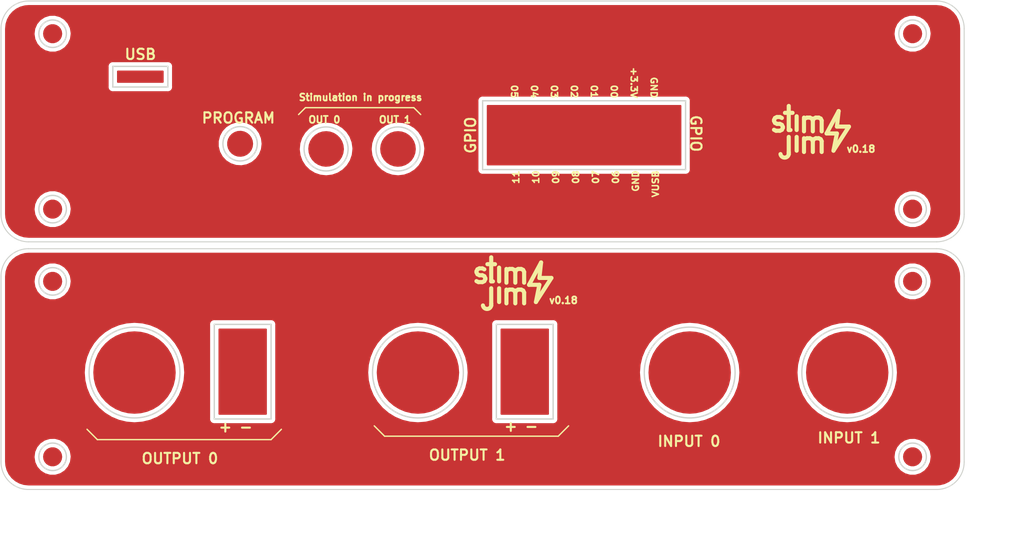
<source format=kicad_pcb>
(kicad_pcb (version 20211014) (generator pcbnew)

  (general
    (thickness 1.6)
  )

  (paper "A4")
  (layers
    (0 "F.Cu" signal)
    (31 "B.Cu" signal)
    (32 "B.Adhes" user "B.Adhesive")
    (33 "F.Adhes" user "F.Adhesive")
    (34 "B.Paste" user)
    (35 "F.Paste" user)
    (36 "B.SilkS" user "B.Silkscreen")
    (37 "F.SilkS" user "F.Silkscreen")
    (38 "B.Mask" user)
    (39 "F.Mask" user)
    (40 "Dwgs.User" user "User.Drawings")
    (41 "Cmts.User" user "User.Comments")
    (42 "Eco1.User" user "User.Eco1")
    (43 "Eco2.User" user "User.Eco2")
    (44 "Edge.Cuts" user)
    (45 "Margin" user)
    (46 "B.CrtYd" user "B.Courtyard")
    (47 "F.CrtYd" user "F.Courtyard")
    (48 "B.Fab" user)
    (49 "F.Fab" user)
  )

  (setup
    (pad_to_mask_clearance 0.2)
    (solder_mask_min_width 0.25)
    (pcbplotparams
      (layerselection 0x00010f0_ffffffff)
      (disableapertmacros false)
      (usegerberextensions true)
      (usegerberattributes false)
      (usegerberadvancedattributes false)
      (creategerberjobfile false)
      (svguseinch false)
      (svgprecision 6)
      (excludeedgelayer true)
      (plotframeref false)
      (viasonmask false)
      (mode 1)
      (useauxorigin false)
      (hpglpennumber 1)
      (hpglpenspeed 20)
      (hpglpendiameter 15.000000)
      (dxfpolygonmode true)
      (dxfimperialunits true)
      (dxfusepcbnewfont true)
      (psnegative false)
      (psa4output false)
      (plotreference true)
      (plotvalue true)
      (plotinvisibletext false)
      (sketchpadsonfab false)
      (subtractmaskfromsilk false)
      (outputformat 1)
      (mirror false)
      (drillshape 0)
      (scaleselection 1)
      (outputdirectory "../stimjim_fabricationFiles_20180225/")
    )
  )

  (net 0 "")

  (gr_line (start 69.45 77.25) (end 70.95 78.75) (layer "F.SilkS") (width 0.2) (tstamp 00000000-0000-0000-0000-00005c6bceb3))
  (gr_line (start 70.95 78.75) (end 96.2 78.75) (layer "F.SilkS") (width 0.2) (tstamp 00000000-0000-0000-0000-00005c6bceb4))
  (gr_line (start 96.2 78.75) (end 97.7 77.25) (layer "F.SilkS") (width 0.2) (tstamp 00000000-0000-0000-0000-00005c6bceb5))
  (gr_line (start 129.7 34.25) (end 129.95 34.25) (layer "F.SilkS") (width 0.6) (tstamp 00000000-0000-0000-0000-00005c73d18b))
  (gr_line (start 129.15 31.75) (end 130.25 31.75) (layer "F.SilkS") (width 0.6) (tstamp 00000000-0000-0000-0000-00005c73d18c))
  (gr_line (start 129.7 35.25) (end 129.7 37.5) (layer "F.SilkS") (width 0.6) (tstamp 00000000-0000-0000-0000-00005c73d18d))
  (gr_line (start 129.7 34.25) (end 129.7 30.75) (layer "F.SilkS") (width 0.6) (tstamp 00000000-0000-0000-0000-00005c73d18e))
  (gr_line (start 129.7 37.5) (end 129.7 37.75) (layer "F.SilkS") (width 0.6) (tstamp 00000000-0000-0000-0000-00005c73d190))
  (gr_line (start 130.85 35.25) (end 130.85 37.25) (layer "F.SilkS") (width 0.6) (tstamp 00000000-0000-0000-0000-00005c73d191))
  (gr_line (start 130.85 32.25) (end 130.85 34.25) (layer "F.SilkS") (width 0.6) (tstamp 00000000-0000-0000-0000-00005c73d192))
  (gr_line (start 136.7 34.75) (end 136.2 37.25) (layer "F.SilkS") (width 0.6) (tstamp 00000000-0000-0000-0000-00005c73d194))
  (gr_line (start 136.2 37.25) (end 138.45 33.75) (layer "F.SilkS") (width 0.6) (tstamp 00000000-0000-0000-0000-00005c73d195))
  (gr_line (start 138.45 33.75) (end 136.7 33.75) (layer "F.SilkS") (width 0.6) (tstamp 00000000-0000-0000-0000-00005c73d196))
  (gr_line (start 136.7 33.75) (end 136.95 31.5) (layer "F.SilkS") (width 0.6) (tstamp 00000000-0000-0000-0000-00005c73d197))
  (gr_arc (start 129.696404 37.769582) (mid 129.090044 38.258194) (end 128.5 37.749999) (layer "F.SilkS") (width 0.6) (tstamp 00000000-0000-0000-0000-00005c73d198))
  (gr_line (start 136.95 31.5) (end 135.2 34.75) (layer "F.SilkS") (width 0.6) (tstamp 00000000-0000-0000-0000-00005c73d199))
  (gr_line (start 135.2 34.75) (end 136.7 34.75) (layer "F.SilkS") (width 0.6) (tstamp 00000000-0000-0000-0000-00005c73d19a))
  (gr_line (start 93.45 55.75) (end 93.7 53.5) (layer "F.SilkS") (width 0.6) (tstamp 00000000-0000-0000-0000-00005c73dec4))
  (gr_line (start 95.2 55.75) (end 93.45 55.75) (layer "F.SilkS") (width 0.6) (tstamp 00000000-0000-0000-0000-00005c73dec5))
  (gr_line (start 92.95 59.25) (end 95.2 55.75) (layer "F.SilkS") (width 0.6) (tstamp 00000000-0000-0000-0000-00005c73dec6))
  (gr_line (start 93.45 56.75) (end 92.95 59.25) (layer "F.SilkS") (width 0.6) (tstamp 00000000-0000-0000-0000-00005c73dec7))
  (gr_line (start 91.95 56.75) (end 93.45 56.75) (layer "F.SilkS") (width 0.6) (tstamp 00000000-0000-0000-0000-00005c73dec8))
  (gr_line (start 93.7 53.5) (end 91.95 56.75) (layer "F.SilkS") (width 0.6) (tstamp 00000000-0000-0000-0000-00005c73dec9))
  (gr_arc (start 86.446404 59.769582) (mid 85.840044 60.258194) (end 85.25 59.749999) (layer "F.SilkS") (width 0.6) (tstamp 00000000-0000-0000-0000-00005c73deca))
  (gr_line (start 86.45 56.25) (end 86.7 56.25) (layer "F.SilkS") (width 0.6) (tstamp 00000000-0000-0000-0000-00005c73decb))
  (gr_line (start 85.9 53.75) (end 87 53.75) (layer "F.SilkS") (width 0.6) (tstamp 00000000-0000-0000-0000-00005c73decc))
  (gr_line (start 86.45 56.25) (end 86.45 52.75) (layer "F.SilkS") (width 0.6) (tstamp 00000000-0000-0000-0000-00005c73decd))
  (gr_line (start 86.45 59.5) (end 86.45 59.75) (layer "F.SilkS") (width 0.6) (tstamp 00000000-0000-0000-0000-00005c73dece))
  (gr_line (start 86.45 57.25) (end 86.45 59.5) (layer "F.SilkS") (width 0.6) (tstamp 00000000-0000-0000-0000-00005c73decf))
  (gr_line (start 87.6 54.25) (end 87.6 56.25) (layer "F.SilkS") (width 0.6) (tstamp 00000000-0000-0000-0000-00005c73ded0))
  (gr_line (start 87.6 57.25) (end 87.6 59.25) (layer "F.SilkS") (width 0.6) (tstamp 00000000-0000-0000-0000-00005c73ded1))
  (gr_line (start 59.45 31) (end 75.2 31) (layer "F.SilkS") (width 0.2) (tstamp 37fe4156-b2a8-4d44-90eb-8ca0849c354a))
  (gr_line (start 54.45 79.25) (end 55.95 77.75) (layer "F.SilkS") (width 0.2) (tstamp 43caf994-93b5-434b-baf5-fa5a9ff862b7))
  (gr_line (start 27.7 77.75) (end 29.2 79.25) (layer "F.SilkS") (width 0.2) (tstamp 925e0376-4d0e-48a7-a405-1af416ff2b81))
  (gr_line (start 75.2 31) (end 76.2 32) (layer "F.SilkS") (width 0.2) (tstamp 995e6ead-16dd-4624-a689-52aa3f7e78c2))
  (gr_line (start 29.2 79.25) (end 54.45 79.25) (layer "F.SilkS") (width 0.2) (tstamp c0060e30-efa3-4517-890f-242d7a35dfdc))
  (gr_line (start 58.45 32) (end 59.45 31) (layer "F.SilkS") (width 0.2) (tstamp df0b1673-a0d3-4318-9ed6-7831798347aa))
  (gr_line (start 15.2 46.5) (end 15.2 19.5) (layer "Edge.Cuts") (width 0.15) (tstamp 00000000-0000-0000-0000-00005c6bb73d))
  (gr_line (start 19.2 15.5) (end 151.2 15.5) (layer "Edge.Cuts") (width 0.15) (tstamp 00000000-0000-0000-0000-00005c6bb740))
  (gr_line (start 151.2 50.5) (end 19.2 50.5) (layer "Edge.Cuts") (width 0.15) (tstamp 00000000-0000-0000-0000-00005c6bb743))
  (gr_line (start 155.2 19.5) (end 155.2 46.5) (layer "Edge.Cuts") (width 0.15) (tstamp 00000000-0000-0000-0000-00005c6bb746))
  (gr_circle (center 22.7 45.75) (end 24.7 45.75) (layer "Edge.Cuts") (width 0.2) (fill none) (tstamp 00000000-0000-0000-0000-00005c6bbbf3))
  (gr_circle (center 147.7 45.75) (end 149.7 45.75) (layer "Edge.Cuts") (width 0.2) (fill none) (tstamp 00000000-0000-0000-0000-00005c6bbcbf))
  (gr_circle (center 147.7 20.25) (end 149.7 20.25) (layer "Edge.Cuts") (width 0.2) (fill none) (tstamp 00000000-0000-0000-0000-00005c6bbcc0))
  (gr_circle (center 34.6 69.5) (end 41.2 69.5) (layer "Edge.Cuts") (width 0.2) (fill none) (tstamp 00000000-0000-0000-0000-00005c6bc0c9))
  (gr_circle (center 22.7 81.75) (end 24.7 81.75) (layer "Edge.Cuts") (width 0.2) (fill none) (tstamp 00000000-0000-0000-0000-00005c6bc0cb))
  (gr_line (start 87.2 76.25) (end 87.2 62.5) (layer "Edge.Cuts") (width 0.2) (tstamp 00000000-0000-0000-0000-00005c6bc0cc))
  (gr_line (start 46.2 76.25) (end 46.2 62.5) (layer "Edge.Cuts") (width 0.2) (tstamp 00000000-0000-0000-0000-00005c6bc0cd))
  (gr_circle (center 147.7 56.25) (end 149.7 56.25) (layer "Edge.Cuts") (width 0.2) (fill none) (tstamp 00000000-0000-0000-0000-00005c6bc0ce))
  (gr_line (start 54.45 62.5) (end 54.45 76.25) (layer "Edge.Cuts") (width 0.2) (tstamp 00000000-0000-0000-0000-00005c6bc0d0))
  (gr_line (start 87.2 62.5) (end 95.45 62.5) (layer "Edge.Cuts") (width 0.2) (tstamp 00000000-0000-0000-0000-00005c6bc0d3))
  (gr_line (start 54.45 76.25) (end 46.2 76.25) (layer "Edge.Cuts") (width 0.2) (tstamp 00000000-0000-0000-0000-00005c6bc0d4))
  (gr_circle (center 138.2 69.5) (end 144.8 69.5) (layer "Edge.Cuts") (width 0.2) (fill none) (tstamp 00000000-0000-0000-0000-00005c6bc0d7))
  (gr_circle (center 115.3 69.5) (end 121.9 69.5) (layer "Edge.Cuts") (width 0.2) (fill none) (tstamp 00000000-0000-0000-0000-00005c6bc0d8))
  (gr_circle (center 22.7 56.25) (end 24.7 56.25) (layer "Edge.Cuts") (width 0.2) (fill none) (tstamp 00000000-0000-0000-0000-00005c6bc0da))
  (gr_line (start 95.45 62.5) (end 95.45 76.25) (layer "Edge.Cuts") (width 0.2) (tstamp 00000000-0000-0000-0000-00005c6bc0db))
  (gr_line (start 46.2 62.5) (end 54.45 62.5) (layer "Edge.Cuts") (width 0.2) (tstamp 00000000-0000-0000-0000-00005c6bc0dd))
  (gr_circle (center 75.8 69.5) (end 82.4 69.5) (layer "Edge.Cuts") (width 0.2) (fill none) (tstamp 00000000-0000-0000-0000-00005c6bc0de))
  (gr_line (start 95.45 76.25) (end 87.2 76.25) (layer "Edge.Cuts") (width 0.2) (tstamp 00000000-0000-0000-0000-00005c6bc0e2))
  (gr_circle (center 147.7 81.75) (end 149.7 81.75) (layer "Edge.Cuts") (width 0.2) (fill none) (tstamp 00000000-0000-0000-0000-00005c6bc0eb))
  (gr_circle (center 62.45 37) (end 65.65 37) (layer "Edge.Cuts") (width 0.2) (fill none) (tstamp 00000000-0000-0000-0000-00005c6bc52d))
  (gr_circle (center 72.9 37) (end 76.1 37) (layer "Edge.Cuts") (width 0.2) (fill none) (tstamp 00000000-0000-0000-0000-00005c6bc5c0))
  (gr_line (start 114.7 30) (end 114.7 40) (layer "Edge.Cuts") (width 0.2) (tstamp 00000000-0000-0000-0000-00005c6bc5e8))
  (gr_line (start 85.2 40) (end 85.2 30) (layer "Edge.Cuts") (width 0.2) (tstamp 00000000-0000-0000-0000-00005c6bc5e9))
  (gr_line (start 85.2 30) (end 114.7 30) (layer "Edge.Cuts") (width 0.2) (tstamp 00000000-0000-0000-0000-00005c6bc5ea))
  (gr_line (start 114.7 40) (end 85.2 40) (layer "Edge.Cuts") (width 0.2) (tstamp 00000000-0000-0000-0000-00005c6bc5eb))
  (gr_arc (start 151.2 15.5) (mid 154.028427 16.671573) (end 155.2 19.5) (layer "Edge.Cuts") (width 0.15) (tstamp 00000000-0000-0000-0000-00005c956a3e))
  (gr_arc (start 19.2 86.5) (mid 16.371573 85.328427) (end 15.2 82.5) (layer "Edge.Cuts") (width 0.15) (tstamp 00000000-0000-0000-0000-00005c956a63))
  (gr_line (start 155.2 55.5) (end 155.2 82.5) (layer "Edge.Cuts") (width 0.15) (tstamp 00000000-0000-0000-0000-00005c956a64))
  (gr_line (start 151.2 86.5) (end 19.2 86.5) (layer "Edge.Cuts") (width 0.15) (tstamp 00000000-0000-0000-0000-00005c956a65))
  (gr_line (start 19.2 51.5) (end 151.2 51.5) (layer "Edge.Cuts") (width 0.15) (tstamp 00000000-0000-0000-0000-00005c956a66))
  (gr_line (start 15.2 82.5) (end 15.2 55.5) (layer "Edge.Cuts") (width 0.15) (tstamp 00000000-0000-0000-0000-00005c956a67))
  (gr_arc (start 15.2 55.5) (mid 16.371573 52.671573) (end 19.2 51.5) (layer "Edge.Cuts") (width 0.15) (tstamp 00000000-0000-0000-0000-00005c956a68))
  (gr_arc (start 151.2 51.5) (mid 154.028427 52.671573) (end 155.2 55.5) (layer "Edge.Cuts") (width 0.15) (tstamp 00000000-0000-0000-0000-00005c956a69))
  (gr_arc (start 155.2 82.5) (mid 154.028427 85.328427) (end 151.2 86.5) (layer "Edge.Cuts") (width 0.15) (tstamp 00000000-0000-0000-0000-00005c956a6a))
  (gr_line (start 31.45 25) (end 31.45 28) (layer "Edge.Cuts") (width 0.2) (tstamp 29228ecb-526f-4893-a51a-e46d06724a35))
  (gr_line (start 31.45 28) (end 39.45 28) (layer "Edge.Cuts") (width 0.2) (tstamp 6424389a-fc53-48a3-a50d-5ebdb796f95d))
  (gr_arc (start 155.2 46.5) (mid 154.028427 49.328427) (end 151.2 50.5) (layer "Edge.Cuts") (width 0.15) (tstamp 6e5622d3-258f-45ca-bd23-5e2d01fef55a))
  (gr_arc (start 15.2 19.5) (mid 16.371573 16.671573) (end 19.2 15.5) (layer "Edge.Cuts") (width 0.15) (tstamp 71759625-50e4-412a-bad3-43a4980dc969))
  (gr_circle (center 22.7 20.25) (end 24.7 20.25) (layer "Edge.Cuts") (width 0.2) (fill none) (tstamp 858a4faf-c58c-4326-840e-c2d824810551))
  (gr_circle (center 49.95 36.25) (end 52.45 36.25) (layer "Edge.Cuts") (width 0.2) (fill none) (tstamp 8ad9fc59-f098-4ee1-aa93-2d29f8eb491a))
  (gr_arc (start 19.2 50.5) (mid 16.371573 49.328427) (end 15.2 46.5) (layer "Edge.Cuts") (width 0.15) (tstamp c23284a2-09ba-4f1d-9d9a-d2df6e5a0fe7))
  (gr_line (start 31.45 25) (end 39.45 25) (layer "Edge.Cuts") (width 0.2) (tstamp d18c4fbd-1f2f-49da-8276-fa2e93a8bb49))
  (gr_line (start 39.45 28) (end 39.45 25) (layer "Edge.Cuts") (width 0.2) (tstamp db21bc4b-03e4-4ea1-9cb4-12df35dff591))
  (gr_line (start 15.2 25.85) (end 20.2 25.85) (layer "F.Fab") (width 0.2) (tstamp 00000000-0000-0000-0000-00005c6bba12))
  (gr_line (start 15.2 40.15) (end 22.2 40.15) (layer "F.Fab") (width 0.2) (tstamp 00000000-0000-0000-0000-00005c6bba40))
  (gr_line (start 15.2 41.85) (end 22.2 41.85) (layer "F.Fab") (width 0.2) (tstamp 00000000-0000-0000-0000-00005c6bba41))
  (gr_line (start 15.2 60.15) (end 20.2 60.15) (layer "F.Fab") (width 0.2) (tstamp 00000000-0000-0000-0000-00005c6bc0c6))
  (gr_poly
    (pts
      (xy 20.7 77.75)
      (xy 149.7 77.75)
      (xy 149.7 76.25)
      (xy 20.7 76.25)
    ) (layer "F.Fab") (width 0.15) (fill solid) (tstamp 00000000-0000-0000-0000-00005c6bc0ca))
  (gr_line (start 15.2 74.65) (end 20.2 74.65) (layer "F.Fab") (width 0.2) (tstamp 00000000-0000-0000-0000-00005c6bc0cf))
  (gr_line (start 15.2 66.55) (end 20.2 66.55) (layer "F.Fab") (width 0.2) (tstamp 00000000-0000-0000-0000-00005c6bc0d1))
  (gr_line (start 15.2 76.15) (end 22.2 76.15) (layer "F.Fab") (width 0.2) (tstamp 00000000-0000-0000-0000-00005c6bc0d2))
  (gr_line (start 15.2 77.85) (end 22.2 77.85) (layer "F.Fab") (width 0.2) (tstamp 00000000-0000-0000-0000-00005c6bc0d5))
  (gr_line (start 15.2 68.25) (end 20.2 68.25) (layer "F.Fab") (width 0.2) (tstamp 00000000-0000-0000-0000-00005c6bc0d9))
  (gr_line (start 15.2 69.75) (end 20.2 69.75) (layer "F.Fab") (width 0.2) (tstamp 00000000-0000-0000-0000-00005c6bc0dc))
  (gr_line (start 15.2 65.05) (end 20.2 65.05) (layer "F.Fab") (width 0.2) (tstamp 00000000-0000-0000-0000-00005c6bc0df))
  (gr_line (start 15.2 63.35) (end 20.2 63.35) (layer "F.Fab") (width 0.2) (tstamp 00000000-0000-0000-0000-00005c6bc0e3))
  (gr_line (start 15.2 72.95) (end 20.2 72.95) (layer "F.Fab") (width 0.2) (tstamp 00000000-0000-0000-0000-00005c6bc0e4))
  (gr_line (start 15.2 61.85) (end 20.2 61.85) (layer "F.Fab") (width 0.2) (tstamp 00000000-0000-0000-0000-00005c6bc0e5))
  (gr_line (start 15.2 71.45) (end 20.2 71.45) (layer "F.Fab") (width 0.2) (tstamp 00000000-0000-0000-0000-00005c6bc0ec))
  (gr_line (start 15.2 27.35) (end 20.2 27.35) (layer "F.Fab") (width 0.2) (tstamp 17b55eb1-441b-465c-9c20-b3a36746e1f3))
  (gr_line (start 15.2 29.05) (end 20.2 29.05) (layer "F.Fab") (width 0.2) (tstamp 4f3cc6b5-9300-4756-8a7e-939555283e4d))
  (gr_line (start 15.2 33.75) (end 20.2 33.75) (layer "F.Fab") (width 0.2) (tstamp 9dc0fdfe-a337-4878-b60f-d160296c7f3b))
  (gr_poly
    (pts
      (xy 20.7 41.75)
      (xy 149.7 41.75)
      (xy 149.7 40.25)
      (xy 20.7 40.25)
    ) (layer "F.Fab") (width 0.15) (fill solid) (tstamp ac148ec7-3c9b-4cd3-a1ca-a1d1bb54bc0f))
  (gr_line (start 15.2 38.65) (end 20.2 38.65) (layer "F.Fab") (width 0.2) (tstamp ad50577b-bb61-4837-8956-fbb41d326dbb))
  (gr_line (start 15.2 24.15) (end 20.2 24.15) (layer "F.Fab") (width 0.2) (tstamp bf52a31e-dcd5-48c7-8218-b4449ddd50c4))
  (gr_line (start 15.2 36.95) (end 20.2 36.95) (layer "F.Fab") (width 0.2) (tstamp c98dc058-4de0-4212-a95e-64daa0dad596))
  (gr_line (start 15.2 32.25) (end 20.2 32.25) (layer "F.Fab") (width 0.2) (tstamp e8739869-8244-4a52-a92d-14d4487d8b68))
  (gr_line (start 15.2 35.45) (end 20.2 35.45) (layer "F.Fab") (width 0.2) (tstamp ea16dc34-6c61-4f45-84b9-f5d772d461bd))
  (gr_line (start 15.2 30.55) (end 20.2 30.55) (layer "F.Fab") (width 0.2) (tstamp ffc16ce4-d9c2-4cdf-840d-748cb50474b6))
  (gr_text "GPIO" (at 83.45 35 90) (layer "F.SilkS") (tstamp 00000000-0000-0000-0000-00005c6bc853)
    (effects (font (size 1.5 1.5) (thickness 0.3)))
  )
  (gr_text "GND\n\n+3.3V\n\n00\n\n01\n\n02\n\n03\n\n04\n\n05" (at 99.95 29.75 270) (layer "F.SilkS") (tstamp 00000000-0000-0000-0000-00005c6bca06)
    (effects (font (size 0.9 1) (thickness 0.225)) (justify right))
  )
  (gr_text "GPIO" (at 116.2 34.75 270) (layer "F.SilkS") (tstamp 00000000-0000-0000-0000-00005c6bca30)
    (effects (font (size 1.5 1.5) (thickness 0.3)))
  )
  (gr_text "m\n\n" (at 133.2 35.5) (layer "F.SilkS") (tstamp 00000000-0000-0000-0000-00005c73d18f)
    (effects (font (size 3 3) (thickness 0.6)))
  )
  (gr_text "s\n" (at 128.2 33) (layer "F.SilkS") (tstamp 00000000-0000-0000-0000-00005c73d193)
    (effects (font (size 3 3) (thickness 0.6)))
  )
  (gr_text "m\n\n" (at 133.2 38.5) (layer "F.SilkS") (tstamp 00000000-0000-0000-0000-00005c73d19b)
    (effects (font (size 3 3) (thickness 0.6)))
  )
  (gr_text "v0.18" (at 140.2 37) (layer "F.SilkS") (tstamp 00000000-0000-0000-0000-00005c73d19c)
    (effects (font (size 1 1) (thickness 0.25)))
  )
  (gr_text "m\n\n" (at 89.95 57.5) (layer "F.SilkS") (tstamp 00000000-0000-0000-0000-00005c73ded2)
    (effects (font (size 3 3) (thickness 0.6)))
  )
  (gr_text "s\n" (at 84.95 55) (layer "F.SilkS") (tstamp 00000000-0000-0000-0000-00005c73ded3)
    (effects (font (size 3 3) (thickness 0.6)))
  )
  (gr_text "v0.18" (at 96.95 59) (layer "F.SilkS") (tstamp 00000000-0000-0000-0000-00005c73ded4)
    (effects (font (size 1 1) (thickness 0.25)))
  )
  (gr_text "m\n\n" (at 89.95 60.5) (layer "F.SilkS") (tstamp 00000000-0000-0000-0000-00005c73ded5)
    (effects (font (size 3 3) (thickness 0.6)))
  )
  (gr_text "+ -" (at 90.8 77.3) (layer "F.SilkS") (tstamp 00000000-0000-0000-0000-00005c956a0a)
    (effects (font (size 1.5 1.5) (thickness 0.3)))
  )
  (gr_text "+ -" (at 49.3 77.4) (layer "F.SilkS") (tstamp 00000000-0000-0000-0000-00005c956a14)
    (effects (font (size 1.5 1.5) (thickness 0.3)))
  )
  (gr_text "Stimulation in progress" (at 67.45 29.5) (layer "F.SilkS") (tstamp 081981bd-28d8-4124-b341-e8df44230241)
    (effects (font (size 1 1) (thickness 0.25)))
  )
  (gr_text "OUTPUT 0" (at 41.2 82) (layer "F.SilkS") (tstamp 0c791edc-7618-452e-8818-e1349bcfc4db)
    (effects (font (size 1.5 1.5) (thickness 0.3)))
  )
  (gr_text "USB" (at 35.45 23.25) (layer "F.SilkS") (tstamp 7ad62870-5d88-4d24-b0e5-1b2c544b184d)
    (effects (font (size 1.5 1.5) (thickness 0.3)))
  )
  (gr_text "OUTPUT 1" (at 82.95 81.5) (layer "F.SilkS") (tstamp 8cbde72c-8c8d-4d7b-bd0c-8663b55fab17)
    (effects (font (size 1.5 1.5) (thickness 0.3)))
  )
  (gr_text "11\n\n10\n\n09\n\n08\n\n07\n\n06\n\nGND\n\nVUSB" (at 100.2 40 90) (layer "F.SilkS") (tstamp 8fbb3971-ceb1-450e-a542-e382c809e4ac)
    (effects (font (size 0.9 1) (thickness 0.225)) (justify right))
  )
  (gr_text "OUT 1" (at 72.45 32.75) (layer "F.SilkS") (tstamp 91f77110-ef6e-4dca-b54b-289fba947978)
    (effects (font (size 1 1) (thickness 0.25)))
  )
  (gr_text "OUT 0" (at 62.2 32.75) (layer "F.SilkS") (tstamp 9cec3d45-22cb-4e3d-a441-aa3157e67dc2)
    (effects (font (size 1 1) (thickness 0.25)))
  )
  (gr_text "INPUT 1" (at 138.45 79) (layer "F.SilkS") (tstamp a3776cc7-35d0-4a8a-a945-c1dfbfcda656)
    (effects (font (size 1.5 1.5) (thickness 0.3)))
  )
  (gr_text "PROGRAM" (at 49.7 32.5) (layer "F.SilkS") (tstamp dd010cae-233b-4b11-be1a-fc0540c54660)
    (effects (font (size 1.5 1.5) (thickness 0.3)))
  )
  (gr_text "INPUT 0" (at 115.2 79.5) (layer "F.SilkS") (tstamp e753a5b9-ef94-4572-8ecd-3a94ae13c300)
    (effects (font (size 1.5 1.5) (thickness 0.3)))
  )
  (dimension (type aligned) (layer "F.Fab") (tstamp 00000000-0000-0000-0000-00005c6bc0e9)
    (pts (xy 155.2 51.5) (xy 155.2 86.5))
    (height -3)
    (gr_text "35.0000 mm" (at 156.4 69 90) (layer "F.Fab") (tstamp 00000000-0000-0000-0000-00005c6bc0e9)
      (effects (font (size 1.5 1.5) (thickness 0.3)))
    )
    (format (units 2) (units_format 1) (precision 4))
    (style (thickness 0.3) (arrow_length 1.27) (text_position_mode 0) (extension_height 0.58642) (extension_offset 0) keep_text_aligned)
  )
  (dimension (type aligned) (layer "F.Fab") (tstamp 00000000-0000-0000-0000-00005c6bc0ed)
    (pts (xy 15.2 86.5) (xy 155.2 86.5))
    (height 6)
    (gr_text "140.0000 mm" (at 85.2 90.7) (layer "F.Fab") (tstamp 00000000-0000-0000-0000-00005c6bc0ed)
      (effects (font (size 1.5 1.5) (thickness 0.3)))
    )
    (format (units 2) (units_format 1) (precision 4))
    (style (thickness 0.3) (arrow_length 1.27) (text_position_mode 0) (extension_height 0.58642) (extension_offset 0) keep_text_aligned)
  )
  (dimension (type aligned) (layer "F.Fab") (tstamp 11e42bb9-ee4c-40e4-a483-7435db208495)
    (pts (xy 15.2 30) (xy 85.2 30))
    (height -7.25)
    (gr_text "70.0000 mm" (at 50.2 20.95) (layer "F.Fab") (tstamp 11e42bb9-ee4c-40e4-a483-7435db208495)
      (effects (font (size 1.5 1.5) (thickness 0.3)))
    )
    (format (units 2) (units_format 1) (precision 4))
    (style (thickness 0.3) (arrow_length 1.27) (text_position_mode 0) (extension_height 0.58642) (extension_offset 0) keep_text_aligned)
  )
  (dimension (type aligned) (layer "F.Fab") (tstamp 2439e69a-1cad-4c89-a540-0a97af0ca06f)
    (pts (xy 39.2 28) (xy 39.2 40))
    (height -2.5)
    (gr_text "12.0000 mm" (at 39.9 34 90) (layer "F.Fab") (tstamp 2439e69a-1cad-4c89-a540-0a97af0ca06f)
      (effects (font (size 1.5 1.5) (thickness 0.3)))
    )
    (format (units 2) (units_format 1) (precision 4))
    (style (thickness 0.3) (arrow_length 1.27) (text_position_mode 0) (extension_height 0.58642) (extension_offset 0) keep_text_aligned)
  )
  (dimension (type aligned) (layer "F.Fab") (tstamp 2dec93dd-4d0c-4856-b92a-3107787948f0)
    (pts (xy 15.2 37.75) (xy 49.95 37.75))
    (height -0.75)
    (gr_text "34.7500 mm" (at 32.575 35.2) (layer "F.Fab") (tstamp 2dec93dd-4d0c-4856-b92a-3107787948f0)
      (effects (font (size 1.5 1.5) (thickness 0.3)))
    )
    (format (units 2) (units_format 1) (precision 4))
    (style (thickness 0.3) (arrow_length 1.27) (text_position_mode 0) (extension_height 0.58642) (extension_offset 0) keep_text_aligned)
  )
  (dimension (type aligned) (layer "F.Fab") (tstamp 47d1fe4f-9be1-4f1a-bbce-36d71f18c812)
    (pts (xy 155.2 15.5) (xy 155.2 50.5))
    (height -3)
    (gr_text "35.0000 mm" (at 156.4 33 90) (layer "F.Fab") (tstamp 47d1fe4f-9be1-4f1a-bbce-36d71f18c812)
      (effects (font (size 1.5 1.5) (thickness 0.3)))
    )
    (format (units 2) (units_format 1) (precision 4))
    (style (thickness 0.3) (arrow_length 1.27) (text_position_mode 0) (extension_height 0.58642) (extension_offset 0) keep_text_aligned)
  )
  (dimension (type aligned) (layer "F.Fab") (tstamp 68bf44c7-3d71-4748-b784-3ad5a8710bbb)
    (pts (xy 15.2 32) (xy 31.45 32))
    (height -0.499999)
    (gr_text "16.2500 mm" (at 23.325 29.700001) (layer "F.Fab") (tstamp 68bf44c7-3d71-4748-b784-3ad5a8710bbb)
      (effects (font (size 1.5 1.5) (thickness 0.3)))
    )
    (format (units 2) (units_format 1) (precision 4))
    (style (thickness 0.3) (arrow_length 1.27) (text_position_mode 0) (extension_height 0.58642) (extension_offset 0) keep_text_aligned)
  )
  (dimension (type aligned) (layer "F.Fab") (tstamp 9870e7c6-23c5-4b04-ac32-b1d482ff4bc2)
    (pts (xy 15.2 37) (xy 72.95 37))
    (height 13.25)
    (gr_text "57.7500 mm" (at 44.075 48.45) (layer "F.Fab") (tstamp 9870e7c6-23c5-4b04-ac32-b1d482ff4bc2)
      (effects (font (size 1.5 1.5) (thickness 0.3)))
    )
    (format (units 2) (units_format 1) (precision 4))
    (style (thickness 0.3) (arrow_length 1.27) (text_position_mode 0) (extension_height 0.58642) (extension_offset 0) keep_text_aligned)
  )
  (dimension (type aligned) (layer "F.Fab") (tstamp ba095463-1fb9-4155-8647-f304fd39ba6b)
    (pts (xy 15.2 37) (xy 62.45 37))
    (height 9.75)
    (gr_text "47.2500 mm" (at 38.825 44.95) (layer "F.Fab") (tstamp ba095463-1fb9-4155-8647-f304fd39ba6b)
      (effects (font (size 1.5 1.5) (thickness 0.3)))
    )
    (format (units 2) (units_format 1) (precision 4))
    (style (thickness 0.3) (arrow_length 1.27) (text_position_mode 0) (extension_height 0.58642) (extension_offset 0) keep_text_aligned)
  )
  (dimension (type aligned) (layer "F.Fab") (tstamp ba9282b3-a5ae-4ea4-bb7f-553dc2a081fb)
    (pts (xy 15.2 33.5) (xy 39.45 33.5))
    (height -6)
    (gr_text "24.2500 mm" (at 27.325 25.7) (layer "F.Fab") (tstamp ba9282b3-a5ae-4ea4-bb7f-553dc2a081fb)
      (effects (font (size 1.5 1.5) (thickness 0.3)))
    )
    (format (units 2) (units_format 1) (precision 4))
    (style (thickness 0.3) (arrow_length 1.27) (text_position_mode 0) (extension_height 0.58642) (extension_offset 0) keep_text_aligned)
  )
  (dimension (type aligned) (layer "F.Fab") (tstamp dba60b53-690c-4370-99ba-b69a591d15f0)
    (pts (xy 15.2 30) (xy 114.7 30))
    (height -10.75)
    (gr_text "99.5000 mm" (at 64.95 17.45) (layer "F.Fab") (tstamp dba60b53-690c-4370-99ba-b69a591d15f0)
      (effects (font (size 1.5 1.5) (thickness 0.3)))
    )
    (format (units 2) (units_format 1) (precision 4))
    (style (thickness 0.3) (arrow_length 1.27) (text_position_mode 0) (extension_height 0.58642) (extension_offset 0) keep_text_aligned)
  )

  (zone (net 0) (net_name "") (layer "F.Cu") (tstamp 00000000-0000-0000-0000-00005c74384e) (hatch edge 0.508)
    (connect_pads (clearance 0.508))
    (min_thickness 0.254)
    (fill yes (thermal_gap 0.508) (thermal_bridge_width 0.508))
    (polygon
      (pts
        (xy 151.95 86.5)
        (xy 17.95 86.5)
        (xy 15.2 83.75)
        (xy 15.2 54)
        (xy 17.7 51.5)
        (xy 152.95 51.5)
        (xy 155.2 54)
        (xy 155.2 83.75)
      )
    )
    (filled_polygon
      (layer "F.Cu")
      (island)
      (pts
        (xy 151.860809 52.280776)
        (xy 152.494631 52.479404)
        (xy 153.075562 52.801418)
        (xy 153.579879 53.23367)
        (xy 153.986981 53.758503)
        (xy 154.280234 54.354473)
        (xy 154.449868 55.005707)
        (xy 154.49 55.527269)
        (xy 154.490001 82.464026)
        (xy 154.419224 83.160812)
        (xy 154.220596 83.794631)
        (xy 153.898582 84.375561)
        (xy 153.466329 84.879879)
        (xy 152.941497 85.286981)
        (xy 152.345532 85.580232)
        (xy 151.694297 85.749867)
        (xy 151.172731 85.79)
        (xy 19.235964 85.79)
        (xy 18.539188 85.719224)
        (xy 17.905369 85.520596)
        (xy 17.324439 85.198582)
        (xy 16.820121 84.766329)
        (xy 16.413019 84.241497)
        (xy 16.119768 83.645532)
        (xy 15.950133 82.994297)
        (xy 15.91 82.472731)
        (xy 15.91 81.783658)
        (xy 19.945206 81.783658)
        (xy 20.06538 82.555484)
        (xy 20.397351 83.262558)
        (xy 20.91443 83.848038)
        (xy 21.57505 84.264858)
        (xy 22.326104 84.47951)
        (xy 23.107215 84.474739)
        (xy 23.85559 84.250927)
        (xy 24.511069 83.826067)
        (xy 25.020956 83.234314)
        (xy 25.344264 82.523237)
        (xy 25.450179 81.783658)
        (xy 144.945206 81.783658)
        (xy 145.06538 82.555484)
        (xy 145.397351 83.262558)
        (xy 145.91443 83.848038)
        (xy 146.57505 84.264858)
        (xy 147.326104 84.47951)
        (xy 148.107215 84.474739)
        (xy 148.85559 84.250927)
        (xy 149.511069 83.826067)
        (xy 150.020956 83.234314)
        (xy 150.344264 82.523237)
        (xy 150.455 81.75)
        (xy 150.454178 81.682689)
        (xy 150.324582 80.912389)
        (xy 149.983999 80.209424)
        (xy 149.459805 79.630304)
        (xy 148.794142 79.221586)
        (xy 148.040522 79.016126)
        (xy 147.259527 79.03044)
        (xy 146.513942 79.263378)
        (xy 145.863703 79.696214)
        (xy 145.361083 80.294152)
        (xy 145.046487 81.009126)
        (xy 144.945206 81.783658)
        (xy 25.450179 81.783658)
        (xy 25.455 81.75)
        (xy 25.454178 81.682689)
        (xy 25.324582 80.912389)
        (xy 24.983999 80.209424)
        (xy 24.459805 79.630304)
        (xy 23.794142 79.221586)
        (xy 23.040522 79.016126)
        (xy 22.259527 79.03044)
        (xy 21.513942 79.263378)
        (xy 20.863703 79.696214)
        (xy 20.361083 80.294152)
        (xy 20.046487 81.009126)
        (xy 19.945206 81.783658)
        (xy 15.91 81.783658)
        (xy 15.91 69.5)
        (xy 27.245 69.5)
        (xy 27.335552 70.650575)
        (xy 27.604979 71.77282)
        (xy 28.046647 72.8391)
        (xy 28.64968 73.823161)
        (xy 29.39923 74.70077)
        (xy 30.276839 75.45032)
        (xy 31.2609 76.053353)
        (xy 32.32718 76.495021)
        (xy 33.449425 76.764448)
        (xy 34.6 76.855)
        (xy 35.750575 76.764448)
        (xy 36.87282 76.495021)
        (xy 37.9391 76.053353)
        (xy 38.923161 75.45032)
        (xy 39.80077 74.70077)
        (xy 40.55032 73.823161)
        (xy 41.153353 72.8391)
        (xy 41.595021 71.77282)
        (xy 41.864448 70.650575)
        (xy 41.955 69.5)
        (xy 41.864448 68.349425)
        (xy 41.595021 67.22718)
        (xy 41.153353 66.1609)
        (xy 40.55032 65.176839)
        (xy 39.80077 64.29923)
        (xy 38.923161 63.54968)
        (xy 37.9391 62.946647)
        (xy 36.87282 62.504979)
        (xy 36.852081 62.5)
        (xy 45.450601 62.5)
        (xy 45.465001 62.572393)
        (xy 45.465 76.177612)
        (xy 45.450601 76.25)
        (xy 45.507646 76.536783)
        (xy 45.659767 76.764448)
        (xy 45.670095 76.779905)
        (xy 45.913217 76.942354)
        (xy 46.2 76.999399)
        (xy 46.272388 76.985)
        (xy 54.377612 76.985)
        (xy 54.45 76.999399)
        (xy 54.522388 76.985)
        (xy 54.736783 76.942354)
        (xy 54.979905 76.779905)
        (xy 55.142354 76.536783)
        (xy 55.199399 76.25)
        (xy 55.185 76.177612)
        (xy 55.185 69.5)
        (xy 68.445 69.5)
        (xy 68.535552 70.650575)
        (xy 68.804979 71.77282)
        (xy 69.246647 72.8391)
        (xy 69.84968 73.823161)
        (xy 70.59923 74.70077)
        (xy 71.476839 75.45032)
        (xy 72.4609 76.053353)
        (xy 73.52718 76.495021)
        (xy 74.649425 76.764448)
        (xy 75.8 76.855)
        (xy 76.950575 76.764448)
        (xy 78.07282 76.495021)
        (xy 79.1391 76.053353)
        (xy 80.123161 75.45032)
        (xy 81.00077 74.70077)
        (xy 81.75032 73.823161)
        (xy 82.353353 72.8391)
        (xy 82.795021 71.77282)
        (xy 83.064448 70.650575)
        (xy 83.155 69.5)
        (xy 83.064448 68.349425)
        (xy 82.795021 67.22718)
        (xy 82.353353 66.1609)
        (xy 81.75032 65.176839)
        (xy 81.00077 64.29923)
        (xy 80.123161 63.54968)
        (xy 79.1391 62.946647)
        (xy 78.07282 62.504979)
        (xy 78.052081 62.5)
        (xy 86.450601 62.5)
        (xy 86.465001 62.572393)
        (xy 86.465 76.177612)
        (xy 86.450601 76.25)
        (xy 86.507646 76.536783)
        (xy 86.659767 76.764448)
        (xy 86.670095 76.779905)
        (xy 86.913217 76.942354)
        (xy 87.2 76.999399)
        (xy 87.272388 76.985)
        (xy 95.377612 76.985)
        (xy 95.45 76.999399)
        (xy 95.522388 76.985)
        (xy 95.736783 76.942354)
        (xy 95.979905 76.779905)
        (xy 96.142354 76.536783)
        (xy 96.199399 76.25)
        (xy 96.185 76.177612)
        (xy 96.185 69.5)
        (xy 107.945 69.5)
        (xy 108.035552 70.650575)
        (xy 108.304979 71.77282)
        (xy 108.746647 72.8391)
        (xy 109.34968 73.823161)
        (xy 110.09923 74.70077)
        (xy 110.976839 75.45032)
        (xy 111.9609 76.053353)
        (xy 113.02718 76.495021)
        (xy 114.149425 76.764448)
        (xy 115.3 76.855)
        (xy 116.450575 76.764448)
        (xy 117.57282 76.495021)
        (xy 118.6391 76.053353)
        (xy 119.623161 75.45032)
        (xy 120.50077 74.70077)
        (xy 121.25032 73.823161)
        (xy 121.853353 72.8391)
        (xy 122.295021 71.77282)
        (xy 122.564448 70.650575)
        (xy 122.655 69.5)
        (xy 130.845 69.5)
        (xy 130.935552 70.650575)
        (xy 131.204979 71.77282)
        (xy 131.646647 72.8391)
        (xy 132.24968 73.823161)
        (xy 132.99923 74.70077)
        (xy 133.876839 75.45032)
        (xy 134.8609 76.053353)
        (xy 135.92718 76.495021)
        (xy 137.049425 76.764448)
        (xy 138.2 76.855)
        (xy 139.350575 76.764448)
        (xy 140.47282 76.495021)
        (xy 141.5391 76.053353)
        (xy 142.523161 75.45032)
        (xy 143.40077 74.70077)
        (xy 144.15032 73.823161)
        (xy 144.753353 72.8391)
        (xy 145.195021 71.77282)
        (xy 145.464448 70.650575)
        (xy 145.555 69.5)
        (xy 145.464448 68.349425)
        (xy 145.195021 67.22718)
        (xy 144.753353 66.1609)
        (xy 144.15032 65.176839)
        (xy 143.40077 64.29923)
        (xy 142.523161 63.54968)
        (xy 141.5391 62.946647)
        (xy 140.47282 62.504979)
        (xy 139.350575 62.235552)
        (xy 138.2 62.145)
        (xy 137.049425 62.235552)
        (xy 135.92718 62.504979)
        (xy 134.8609 62.946647)
        (xy 133.876839 63.54968)
        (xy 132.99923 64.29923)
        (xy 132.24968 65.176839)
        (xy 131.646647 66.1609)
        (xy 131.204979 67.22718)
        (xy 130.935552 68.349425)
        (xy 130.845 69.5)
        (xy 122.655 69.5)
        (xy 122.564448 68.349425)
        (xy 122.295021 67.22718)
        (xy 121.853353 66.1609)
        (xy 121.25032 65.176839)
        (xy 120.50077 64.29923)
        (xy 119.623161 63.54968)
        (xy 118.6391 62.946647)
        (xy 117.57282 62.504979)
        (xy 116.450575 62.235552)
        (xy 115.3 62.145)
        (xy 114.149425 62.235552)
        (xy 113.02718 62.504979)
        (xy 111.9609 62.946647)
        (xy 110.976839 63.54968)
        (xy 110.09923 64.29923)
        (xy 109.34968 65.176839)
        (xy 108.746647 66.1609)
        (xy 108.304979 67.22718)
        (xy 108.035552 68.349425)
        (xy 107.945 69.5)
        (xy 96.185 69.5)
        (xy 96.185 62.572388)
        (xy 96.199399 62.5)
        (xy 96.142354 62.213217)
        (xy 95.979905 61.970095)
        (xy 95.736783 61.807646)
        (xy 95.522388 61.765)
        (xy 95.45 61.750601)
        (xy 95.377612 61.765)
        (xy 87.272388 61.765)
        (xy 87.2 61.750601)
        (xy 87.127612 61.765)
        (xy 86.913217 61.807646)
        (xy 86.670095 61.970095)
        (xy 86.507646 62.213217)
        (xy 86.450601 62.5)
        (xy 78.052081 62.5)
        (xy 76.950575 62.235552)
        (xy 75.8 62.145)
        (xy 74.649425 62.235552)
        (xy 73.52718 62.504979)
        (xy 72.4609 62.946647)
        (xy 71.476839 63.54968)
        (xy 70.59923 64.29923)
        (xy 69.84968 65.176839)
        (xy 69.246647 66.1609)
        (xy 68.804979 67.22718)
        (xy 68.535552 68.349425)
        (xy 68.445 69.5)
        (xy 55.185 69.5)
        (xy 55.185 62.572388)
        (xy 55.199399 62.5)
        (xy 55.142354 62.213217)
        (xy 54.979905 61.970095)
        (xy 54.736783 61.807646)
        (xy 54.522388 61.765)
        (xy 54.45 61.750601)
        (xy 54.377612 61.765)
        (xy 46.272388 61.765)
        (xy 46.2 61.750601)
        (xy 46.127612 61.765)
        (xy 45.913217 61.807646)
        (xy 45.670095 61.970095)
        (xy 45.507646 62.213217)
        (xy 45.450601 62.5)
        (xy 36.852081 62.5)
        (xy 35.750575 62.235552)
        (xy 34.6 62.145)
        (xy 33.449425 62.235552)
        (xy 32.32718 62.504979)
        (xy 31.2609 62.946647)
        (xy 30.276839 63.54968)
        (xy 29.39923 64.29923)
        (xy 28.64968 65.176839)
        (xy 28.046647 66.1609)
        (xy 27.604979 67.22718)
        (xy 27.335552 68.349425)
        (xy 27.245 69.5)
        (xy 15.91 69.5)
        (xy 15.91 56.283658)
        (xy 19.945206 56.283658)
        (xy 20.06538 57.055484)
        (xy 20.397351 57.762558)
        (xy 20.91443 58.348038)
        (xy 21.57505 58.764858)
        (xy 22.326104 58.97951)
        (xy 23.107215 58.974739)
        (xy 23.85559 58.750927)
        (xy 24.511069 58.326067)
        (xy 25.020956 57.734314)
        (xy 25.344264 57.023237)
        (xy 25.450179 56.283658)
        (xy 144.945206 56.283658)
        (xy 145.06538 57.055484)
        (xy 145.397351 57.762558)
        (xy 145.91443 58.348038)
        (xy 146.57505 58.764858)
        (xy 147.326104 58.97951)
        (xy 148.107215 58.974739)
        (xy 148.85559 58.750927)
        (xy 149.511069 58.326067)
        (xy 150.020956 57.734314)
        (xy 150.344264 57.023237)
        (xy 150.455 56.25)
        (xy 150.454178 56.182689)
        (xy 150.324582 55.412389)
        (xy 149.983999 54.709424)
        (xy 149.459805 54.130304)
        (xy 148.794142 53.721586)
        (xy 148.040522 53.516126)
        (xy 147.259527 53.53044)
        (xy 146.513942 53.763378)
        (xy 145.863703 54.196214)
        (xy 145.361083 54.794152)
        (xy 145.046487 55.509126)
        (xy 144.945206 56.283658)
        (xy 25.450179 56.283658)
        (xy 25.455 56.25)
        (xy 25.454178 56.182689)
        (xy 25.324582 55.412389)
        (xy 24.983999 54.709424)
        (xy 24.459805 54.130304)
        (xy 23.794142 53.721586)
        (xy 23.040522 53.516126)
        (xy 22.259527 53.53044)
        (xy 21.513942 53.763378)
        (xy 20.863703 54.196214)
        (xy 20.361083 54.794152)
        (xy 20.046487 55.509126)
        (xy 19.945206 56.283658)
        (xy 15.91 56.283658)
        (xy 15.91 55.535964)
        (xy 15.980776 54.839191)
        (xy 16.179404 54.205369)
        (xy 16.501418 53.624438)
        (xy 16.93367 53.120121)
        (xy 17.458503 52.713019)
        (xy 18.054473 52.419766)
        (xy 18.705707 52.250132)
        (xy 19.227269 52.21)
        (xy 151.164036 52.21)
      )
    )
    (filled_polygon
      (layer "F.Cu")
      (island)
      (pts
        (xy 22.886979 80.498895)
        (xy 23.230607 80.601661)
        (xy 23.53158 80.796742)
        (xy 23.765702 81.068455)
        (xy 23.914154 81.394957)
        (xy 23.965 81.75)
        (xy 23.964622 81.780907)
        (xy 23.905117 82.134602)
        (xy 23.748733 82.457379)
        (xy 23.508041 82.72329)
        (xy 23.202392 82.91096)
        (xy 22.856356 83.0053)
        (xy 22.49775 82.998727)
        (xy 22.155403 82.89177)
        (xy 21.856836 82.693027)
        (xy 21.626051 82.418474)
        (xy 21.481599 82.090184)
        (xy 21.435094 81.734545)
        (xy 21.490274 81.38015)
        (xy 21.642704 81.055486)
        (xy 21.880128 80.786654)
        (xy 22.183462 80.595265)
        (xy 22.52832 80.496704)
      )
    )
    (filled_polygon
      (layer "F.Cu")
      (island)
      (pts
        (xy 147.886979 80.498895)
        (xy 148.230607 80.601661)
        (xy 148.53158 80.796742)
        (xy 148.765702 81.068455)
        (xy 148.914154 81.394957)
        (xy 148.965 81.75)
        (xy 148.964622 81.780907)
        (xy 148.905117 82.134602)
        (xy 148.748733 82.457379)
        (xy 148.508041 82.72329)
        (xy 148.202392 82.91096)
        (xy 147.856356 83.0053)
        (xy 147.49775 82.998727)
        (xy 147.155403 82.89177)
        (xy 146.856836 82.693027)
        (xy 146.626051 82.418474)
        (xy 146.481599 82.090184)
        (xy 146.435094 81.734545)
        (xy 146.490274 81.38015)
        (xy 146.642704 81.055486)
        (xy 146.880128 80.786654)
        (xy 147.183462 80.595265)
        (xy 147.52832 80.496704)
      )
    )
    (filled_polygon
      (layer "F.Cu")
      (island)
      (pts
        (xy 94.715001 75.515)
        (xy 87.935 75.515)
        (xy 87.935 63.235)
        (xy 94.715 63.235)
      )
    )
    (filled_polygon
      (layer "F.Cu")
      (island)
      (pts
        (xy 53.715001 75.515)
        (xy 46.935 75.515)
        (xy 46.935 63.235)
        (xy 53.715 63.235)
      )
    )
    (filled_polygon
      (layer "F.Cu")
      (island)
      (pts
        (xy 76.717488 63.707208)
        (xy 77.612385 63.922054)
        (xy 78.462654 64.274247)
        (xy 79.247361 64.755115)
        (xy 79.947181 65.352819)
        (xy 80.544885 66.052639)
        (xy 81.025753 66.837346)
        (xy 81.377946 67.687615)
        (xy 81.592792 68.582512)
        (xy 81.665 69.5)
        (xy 81.592792 70.417488)
        (xy 81.377946 71.312385)
        (xy 81.025753 72.162654)
        (xy 80.544885 72.947361)
        (xy 79.947181 73.647181)
        (xy 79.247361 74.244885)
        (xy 78.462654 74.725753)
        (xy 77.612385 75.077946)
        (xy 76.717488 75.292792)
        (xy 75.8 75.365)
        (xy 74.882512 75.292792)
        (xy 73.987615 75.077946)
        (xy 73.137346 74.725753)
        (xy 72.352639 74.244885)
        (xy 71.652819 73.647181)
        (xy 71.055115 72.947361)
        (xy 70.574247 72.162654)
        (xy 70.222054 71.312385)
        (xy 70.007208 70.417488)
        (xy 69.935 69.5)
        (xy 70.007208 68.582512)
        (xy 70.222054 67.687615)
        (xy 70.574247 66.837346)
        (xy 71.055115 66.052639)
        (xy 71.652819 65.352819)
        (xy 72.352639 64.755115)
        (xy 73.137346 64.274247)
        (xy 73.987615 63.922054)
        (xy 74.882512 63.707208)
        (xy 75.8 63.635)
      )
    )
    (filled_polygon
      (layer "F.Cu")
      (island)
      (pts
        (xy 35.517488 63.707208)
        (xy 36.412385 63.922054)
        (xy 37.262654 64.274247)
        (xy 38.047361 64.755115)
        (xy 38.747181 65.352819)
        (xy 39.344885 66.052639)
        (xy 39.825753 66.837346)
        (xy 40.177946 67.687615)
        (xy 40.392792 68.582512)
        (xy 40.465 69.5)
        (xy 40.392792 70.417488)
        (xy 40.177946 71.312385)
        (xy 39.825753 72.162654)
        (xy 39.344885 72.947361)
        (xy 38.747181 73.647181)
        (xy 38.047361 74.244885)
        (xy 37.262654 74.725753)
        (xy 36.412385 75.077946)
        (xy 35.517488 75.292792)
        (xy 34.6 75.365)
        (xy 33.682512 75.292792)
        (xy 32.787615 75.077946)
        (xy 31.937346 74.725753)
        (xy 31.152639 74.244885)
        (xy 30.452819 73.647181)
        (xy 29.855115 72.947361)
        (xy 29.374247 72.162654)
        (xy 29.022054 71.312385)
        (xy 28.807208 70.417488)
        (xy 28.735 69.5)
        (xy 28.807208 68.582512)
        (xy 29.022054 67.687615)
        (xy 29.374247 66.837346)
        (xy 29.855115 66.052639)
        (xy 30.452819 65.352819)
        (xy 31.152639 64.755115)
        (xy 31.937346 64.274247)
        (xy 32.787615 63.922054)
        (xy 33.682512 63.707208)
        (xy 34.6 63.635)
      )
    )
    (filled_polygon
      (layer "F.Cu")
      (island)
      (pts
        (xy 139.117488 63.707208)
        (xy 140.012385 63.922054)
        (xy 140.862654 64.274247)
        (xy 141.647361 64.755115)
        (xy 142.347181 65.352819)
        (xy 142.944885 66.052639)
        (xy 143.425753 66.837346)
        (xy 143.777946 67.687615)
        (xy 143.992792 68.582512)
        (xy 144.065 69.5)
        (xy 143.992792 70.417488)
        (xy 143.777946 71.312385)
        (xy 143.425753 72.162654)
        (xy 142.944885 72.947361)
        (xy 142.347181 73.647181)
        (xy 141.647361 74.244885)
        (xy 140.862654 74.725753)
        (xy 140.012385 75.077946)
        (xy 139.117488 75.292792)
        (xy 138.2 75.365)
        (xy 137.282512 75.292792)
        (xy 136.387615 75.077946)
        (xy 135.537346 74.725753)
        (xy 134.752639 74.244885)
        (xy 134.052819 73.647181)
        (xy 133.455115 72.947361)
        (xy 132.974247 72.162654)
        (xy 132.622054 71.312385)
        (xy 132.407208 70.417488)
        (xy 132.335 69.5)
        (xy 132.407208 68.582512)
        (xy 132.622054 67.687615)
        (xy 132.974247 66.837346)
        (xy 133.455115 66.052639)
        (xy 134.052819 65.352819)
        (xy 134.752639 64.755115)
        (xy 135.537346 64.274247)
        (xy 136.387615 63.922054)
        (xy 137.282512 63.707208)
        (xy 138.2 63.635)
      )
    )
    (filled_polygon
      (layer "F.Cu")
      (island)
      (pts
        (xy 116.217488 63.707208)
        (xy 117.112385 63.922054)
        (xy 117.962654 64.274247)
        (xy 118.747361 64.755115)
        (xy 119.447181 65.352819)
        (xy 120.044885 66.052639)
        (xy 120.525753 66.837346)
        (xy 120.877946 67.687615)
        (xy 121.092792 68.582512)
        (xy 121.165 69.5)
        (xy 121.092792 70.417488)
        (xy 120.877946 71.312385)
        (xy 120.525753 72.162654)
        (xy 120.044885 72.947361)
        (xy 119.447181 73.647181)
        (xy 118.747361 74.244885)
        (xy 117.962654 74.725753)
        (xy 117.112385 75.077946)
        (xy 116.217488 75.292792)
        (xy 115.3 75.365)
        (xy 114.382512 75.292792)
        (xy 113.487615 75.077946)
        (xy 112.637346 74.725753)
        (xy 111.852639 74.244885)
        (xy 111.152819 73.647181)
        (xy 110.555115 72.947361)
        (xy 110.074247 72.162654)
        (xy 109.722054 71.312385)
        (xy 109.507208 70.417488)
        (xy 109.435 69.5)
        (xy 109.507208 68.582512)
        (xy 109.722054 67.687615)
        (xy 110.074247 66.837346)
        (xy 110.555115 66.052639)
        (xy 111.152819 65.352819)
        (xy 111.852639 64.755115)
        (xy 112.637346 64.274247)
        (xy 113.487615 63.922054)
        (xy 114.382512 63.707208)
        (xy 115.3 63.635)
      )
    )
    (filled_polygon
      (layer "F.Cu")
      (island)
      (pts
        (xy 22.886979 54.998895)
        (xy 23.230607 55.101661)
        (xy 23.53158 55.296742)
        (xy 23.765702 55.568455)
        (xy 23.914154 55.894957)
        (xy 23.965 56.25)
        (xy 23.964622 56.280907)
        (xy 23.905117 56.634602)
        (xy 23.748733 56.957379)
        (xy 23.508041 57.22329)
        (xy 23.202392 57.41096)
        (xy 22.856356 57.5053)
        (xy 22.49775 57.498727)
        (xy 22.155403 57.39177)
        (xy 21.856836 57.193027)
        (xy 21.626051 56.918474)
        (xy 21.481599 56.590184)
        (xy 21.435094 56.234545)
        (xy 21.490274 55.88015)
        (xy 21.642704 55.555486)
        (xy 21.880128 55.286654)
        (xy 22.183462 55.095265)
        (xy 22.52832 54.996704)
      )
    )
    (filled_polygon
      (layer "F.Cu")
      (island)
      (pts
        (xy 147.886979 54.998895)
        (xy 148.230607 55.101661)
        (xy 148.53158 55.296742)
        (xy 148.765702 55.568455)
        (xy 148.914154 55.894957)
        (xy 148.965 56.25)
        (xy 148.964622 56.280907)
        (xy 148.905117 56.634602)
        (xy 148.748733 56.957379)
        (xy 148.508041 57.22329)
        (xy 148.202392 57.41096)
        (xy 147.856356 57.5053)
        (xy 147.49775 57.498727)
        (xy 147.155403 57.39177)
        (xy 146.856836 57.193027)
        (xy 146.626051 56.918474)
        (xy 146.481599 56.590184)
        (xy 146.435094 56.234545)
        (xy 146.490274 55.88015)
        (xy 146.642704 55.555486)
        (xy 146.880128 55.286654)
        (xy 147.183462 55.095265)
        (xy 147.52832 54.996704)
      )
    )
  )
  (zone (net 0) (net_name "") (layer "F.Cu") (tstamp 00000000-0000-0000-0000-00005c743851) (hatch edge 0.508)
    (connect_pads (clearance 0.508))
    (min_thickness 0.254)
    (fill yes (thermal_gap 0.508) (thermal_bridge_width 0.508))
    (polygon
      (pts
        (xy 152.7 50.5)
        (xy 17.45 50.5)
        (xy 15.2 48.25)
        (xy 15.2 18)
        (xy 17.7 15.5)
        (xy 152.95 15.5)
        (xy 155.2 18)
        (xy 155.2 48.25)
      )
    )
    (filled_polygon
      (layer "F.Cu")
      (island)
      (pts
        (xy 151.860809 16.280776)
        (xy 152.494631 16.479404)
        (xy 153.075562 16.801418)
        (xy 153.579879 17.23367)
        (xy 153.986981 17.758503)
        (xy 154.280234 18.354473)
        (xy 154.449868 19.005707)
        (xy 154.49 19.527269)
        (xy 154.490001 46.464026)
        (xy 154.419224 47.160812)
        (xy 154.220596 47.794631)
        (xy 153.898582 48.375561)
        (xy 153.466329 48.879879)
        (xy 152.941497 49.286981)
        (xy 152.345532 49.580232)
        (xy 151.694297 49.749867)
        (xy 151.172731 49.79)
        (xy 19.235964 49.79)
        (xy 18.539188 49.719224)
        (xy 17.905369 49.520596)
        (xy 17.324439 49.198582)
        (xy 16.820121 48.766329)
        (xy 16.413019 48.241497)
        (xy 16.119768 47.645532)
        (xy 15.950133 46.994297)
        (xy 15.91 46.472731)
        (xy 15.91 45.783658)
        (xy 19.945206 45.783658)
        (xy 20.06538 46.555484)
        (xy 20.397351 47.262558)
        (xy 20.91443 47.848038)
        (xy 21.57505 48.264858)
        (xy 22.326104 48.47951)
        (xy 23.107215 48.474739)
        (xy 23.85559 48.250927)
        (xy 24.511069 47.826067)
        (xy 25.020956 47.234314)
        (xy 25.344264 46.523237)
        (xy 25.450179 45.783658)
        (xy 144.945206 45.783658)
        (xy 145.06538 46.555484)
        (xy 145.397351 47.262558)
        (xy 145.91443 47.848038)
        (xy 146.57505 48.264858)
        (xy 147.326104 48.47951)
        (xy 148.107215 48.474739)
        (xy 148.85559 48.250927)
        (xy 149.511069 47.826067)
        (xy 150.020956 47.234314)
        (xy 150.344264 46.523237)
        (xy 150.455 45.75)
        (xy 150.454178 45.682689)
        (xy 150.324582 44.912389)
        (xy 149.983999 44.209424)
        (xy 149.459805 43.630304)
        (xy 148.794142 43.221586)
        (xy 148.040522 43.016126)
        (xy 147.259527 43.03044)
        (xy 146.513942 43.263378)
        (xy 145.863703 43.696214)
        (xy 145.361083 44.294152)
        (xy 145.046487 45.009126)
        (xy 144.945206 45.783658)
        (xy 25.450179 45.783658)
        (xy 25.455 45.75)
        (xy 25.454178 45.682689)
        (xy 25.324582 44.912389)
        (xy 24.983999 44.209424)
        (xy 24.459805 43.630304)
        (xy 23.794142 43.221586)
        (xy 23.040522 43.016126)
        (xy 22.259527 43.03044)
        (xy 21.513942 43.263378)
        (xy 20.863703 43.696214)
        (xy 20.361083 44.294152)
        (xy 20.046487 45.009126)
        (xy 19.945206 45.783658)
        (xy 15.91 45.783658)
        (xy 15.91 35.84204)
        (xy 46.720667 35.84204)
        (xy 46.720667 36.65796)
        (xy 46.923578 37.448245)
        (xy 47.31665 38.163241)
        (xy 47.875185 38.758021)
        (xy 48.564088 39.195212)
        (xy 49.340074 39.447345)
        (xy 50.154383 39.498577)
        (xy 50.95585 39.345689)
        (xy 51.694116 38.998287)
        (xy 52.322793 38.478201)
        (xy 52.802378 37.818108)
        (xy 53.102738 37.059486)
        (xy 53.103276 37.05522)
        (xy 58.495386 37.05522)
        (xy 58.605894 37.929987)
        (xy 58.90746 38.758532)
        (xy 59.385095 39.499676)
        (xy 60.015059 40.116583)
        (xy 60.766043 40.578591)
        (xy 61.600722 40.862739)
        (xy 62.477611 40.954904)
        (xy 63.353128 40.850505)
        (xy 64.183758 40.55473)
        (xy 64.928218 40.082282)
        (xy 65.549508 39.456639)
        (xy 66.016748 38.708899)
        (xy 66.306716 37.876224)
        (xy 66.398806 37.05522)
        (xy 68.945386 37.05522)
        (xy 69.055894 37.929987)
        (xy 69.35746 38.758532)
        (xy 69.835095 39.499676)
        (xy 70.465059 40.116583)
        (xy 71.216043 40.578591)
        (xy 72.050722 40.862739)
        (xy 72.927611 40.954904)
        (xy 73.803128 40.850505)
        (xy 74.633758 40.55473)
        (xy 75.378218 40.082282)
        (xy 75.999508 39.456639)
        (xy 76.466748 38.708899)
        (xy 76.756716 37.876224)
        (xy 76.855 37)
        (xy 76.853458 36.88957)
        (xy 76.730746 36.016431)
        (xy 76.417642 35.192178)
        (xy 75.929706 34.457775)
        (xy 75.291189 33.849724)
        (xy 74.533828 33.398246)
        (xy 73.695263 33.12578)
        (xy 72.817173 33.045867)
        (xy 71.943199 33.16248)
        (xy 71.116779 33.469823)
        (xy 70.378988 33.95262)
        (xy 69.766494 34.586876)
        (xy 69.30974 35.341067)
        (xy 69.031426 36.177709)
        (xy 68.945386 37.05522)
        (xy 66.398806 37.05522)
        (xy 66.405 37)
        (xy 66.403458 36.88957)
        (xy 66.280746 36.016431)
        (xy 65.967642 35.192178)
        (xy 65.479706 34.457775)
        (xy 64.841189 33.849724)
        (xy 64.083828 33.398246)
        (xy 63.245263 33.12578)
        (xy 62.367173 33.045867)
        (xy 61.493199 33.16248)
        (xy 60.666779 33.469823)
        (xy 59.928988 33.95262)
        (xy 59.316494 34.586876)
        (xy 58.85974 35.341067)
        (xy 58.581426 36.177709)
        (xy 58.495386 37.05522)
        (xy 53.103276 37.05522)
        (xy 53.205 36.25)
        (xy 53.102738 35.440514)
        (xy 52.802378 34.681892)
        (xy 52.322793 34.021799)
        (xy 51.694116 33.501713)
        (xy 50.95585 33.154311)
        (xy 50.154383 33.001423)
        (xy 49.340074 33.052655)
        (xy 48.564088 33.304788)
        (xy 47.875185 33.741979)
        (xy 47.31665 34.336759)
        (xy 46.923578 35.051755)
        (xy 46.720667 35.84204)
        (xy 15.91 35.84204)
        (xy 15.91 30)
        (xy 84.450601 30)
        (xy 84.465001 30.072393)
        (xy 84.465 39.927612)
        (xy 84.450601 40)
        (xy 84.507646 40.286783)
        (xy 84.670095 40.529905)
        (xy 84.913217 40.692354)
        (xy 85.2 40.749399)
        (xy 85.272388 40.735)
        (xy 114.627612 40.735)
        (xy 114.7 40.749399)
        (xy 114.772388 40.735)
        (xy 114.986783 40.692354)
        (xy 115.229905 40.529905)
        (xy 115.392354 40.286783)
        (xy 115.449399 40)
        (xy 115.435 39.927612)
        (xy 115.435 30.072388)
        (xy 115.449399 30)
        (xy 115.392354 29.713217)
        (xy 115.229905 29.470095)
        (xy 114.986783 29.307646)
        (xy 114.772388 29.265)
        (xy 114.7 29.250601)
        (xy 114.627612 29.265)
        (xy 85.272388 29.265)
        (xy 85.2 29.250601)
        (xy 85.127612 29.265)
        (xy 84.913217 29.307646)
        (xy 84.670095 29.470095)
        (xy 84.507646 29.713217)
        (xy 84.450601 30)
        (xy 15.91 30)
        (xy 15.91 25)
        (xy 30.700601 25)
        (xy 30.715 25.072388)
        (xy 30.715001 27.927607)
        (xy 30.700601 28)
        (xy 30.757646 28.286783)
        (xy 30.920095 28.529905)
        (xy 31.163217 28.692354)
        (xy 31.377612 28.735)
        (xy 31.45 28.749399)
        (xy 31.522388 28.735)
        (xy 39.377612 28.735)
        (xy 39.45 28.749399)
        (xy 39.522388 28.735)
        (xy 39.736783 28.692354)
        (xy 39.979905 28.529905)
        (xy 40.142354 28.286783)
        (xy 40.199399 28)
        (xy 40.185 27.927612)
        (xy 40.185 25.072388)
        (xy 40.199399 25)
        (xy 40.142354 24.713217)
        (xy 39.979905 24.470095)
        (xy 39.736783 24.307646)
        (xy 39.522388 24.265)
        (xy 39.45 24.250601)
        (xy 39.377612 24.265)
        (xy 31.522388 24.265)
        (xy 31.45 24.250601)
        (xy 31.377612 24.265)
        (xy 31.163217 24.307646)
        (xy 30.920095 24.470095)
        (xy 30.757646 24.713217)
        (xy 30.700601 25)
        (xy 15.91 25)
        (xy 15.91 20.283658)
        (xy 19.945206 20.283658)
        (xy 20.06538 21.055484)
        (xy 20.397351 21.762558)
        (xy 20.91443 22.348038)
        (xy 21.57505 22.764858)
        (xy 22.326104 22.97951)
        (xy 23.107215 22.974739)
        (xy 23.85559 22.750927)
        (xy 24.511069 22.326067)
        (xy 25.020956 21.734314)
        (xy 25.344264 21.023237)
        (xy 25.450179 20.283658)
        (xy 144.945206 20.283658)
        (xy 145.06538 21.055484)
        (xy 145.397351 21.762558)
        (xy 145.91443 22.348038)
        (xy 146.57505 22.764858)
        (xy 147.326104 22.97951)
        (xy 148.107215 22.974739)
        (xy 148.85559 22.750927)
        (xy 149.511069 22.326067)
        (xy 150.020956 21.734314)
        (xy 150.344264 21.023237)
        (xy 150.455 20.25)
        (xy 150.454178 20.182689)
        (xy 150.324582 19.412389)
        (xy 149.983999 18.709424)
        (xy 149.459805 18.130304)
        (xy 148.794142 17.721586)
        (xy 148.040522 17.516126)
        (xy 147.259527 17.53044)
        (xy 146.513942 17.763378)
        (xy 145.863703 18.196214)
        (xy 145.361083 18.794152)
        (xy 145.046487 19.509126)
        (xy 144.945206 20.283658)
        (xy 25.450179 20.283658)
        (xy 25.455 20.25)
        (xy 25.454178 20.182689)
        (xy 25.324582 19.412389)
        (xy 24.983999 18.709424)
        (xy 24.459805 18.130304)
        (xy 23.794142 17.721586)
        (xy 23.040522 17.516126)
        (xy 22.259527 17.53044)
        (xy 21.513942 17.763378)
        (xy 20.863703 18.196214)
        (xy 20.361083 18.794152)
        (xy 20.046487 19.509126)
        (xy 19.945206 20.283658)
        (xy 15.91 20.283658)
        (xy 15.91 19.535964)
        (xy 15.980776 18.839191)
        (xy 16.179404 18.205369)
        (xy 16.501418 17.624438)
        (xy 16.93367 17.120121)
        (xy 17.458503 16.713019)
        (xy 18.054473 16.419766)
        (xy 18.705707 16.250132)
        (xy 19.227269 16.21)
        (xy 151.164036 16.21)
      )
    )
    (filled_polygon
      (layer "F.Cu")
      (island)
      (pts
        (xy 22.886979 44.498895)
        (xy 23.230607 44.601661)
        (xy 23.53158 44.796742)
        (xy 23.765702 45.068455)
        (xy 23.914154 45.394957)
        (xy 23.965 45.75)
        (xy 23.964622 45.780907)
        (xy 23.905117 46.134602)
        (xy 23.748733 46.457379)
        (xy 23.508041 46.72329)
        (xy 23.202392 46.91096)
        (xy 22.856356 47.0053)
        (xy 22.49775 46.998727)
        (xy 22.155403 46.89177)
        (xy 21.856836 46.693027)
        (xy 21.626051 46.418474)
        (xy 21.481599 46.090184)
        (xy 21.435094 45.734545)
        (xy 21.490274 45.38015)
        (xy 21.642704 45.055486)
        (xy 21.880128 44.786654)
        (xy 22.183462 44.595265)
        (xy 22.52832 44.496704)
      )
    )
    (filled_polygon
      (layer "F.Cu")
      (island)
      (pts
        (xy 147.886979 44.498895)
        (xy 148.230607 44.601661)
        (xy 148.53158 44.796742)
        (xy 148.765702 45.068455)
        (xy 148.914154 45.394957)
        (xy 148.965 45.75)
        (xy 148.964622 45.780907)
        (xy 148.905117 46.134602)
        (xy 148.748733 46.457379)
        (xy 148.508041 46.72329)
        (xy 148.202392 46.91096)
        (xy 147.856356 47.0053)
        (xy 147.49775 46.998727)
        (xy 147.155403 46.89177)
        (xy 146.856836 46.693027)
        (xy 146.626051 46.418474)
        (xy 146.481599 46.090184)
        (xy 146.435094 45.734545)
        (xy 146.490274 45.38015)
        (xy 146.642704 45.055486)
        (xy 146.880128 44.786654)
        (xy 147.183462 44.595265)
        (xy 147.52832 44.496704)
      )
    )
    (filled_polygon
      (layer "F.Cu")
      (island)
      (pts
        (xy 73.462885 34.600128)
        (xy 73.980585 34.784473)
        (xy 74.444578 35.078932)
        (xy 74.831804 35.468871)
        (xy 75.123017 35.934909)
        (xy 75.303743 36.453883)
        (xy 75.365 37)
        (xy 75.364039 37.068827)
        (xy 75.287557 37.613021)
        (xy 75.092411 38.126746)
        (xy 74.7883 38.584471)
        (xy 74.390337 38.963446)
        (xy 73.918302 39.244835)
        (xy 73.395657 39.414653)
        (xy 72.848377 39.464459)
        (xy 72.303663 39.391779)
        (xy 71.788587 39.200224)
        (xy 71.32875 38.899315)
        (xy 70.947006 38.504008)
        (xy 70.662329 38.033949)
        (xy 70.488866 37.512502)
        (xy 70.43524 36.965583)
        (xy 70.504116 36.420375)
        (xy 70.692071 35.903974)
        (xy 70.989762 35.442048)
        (xy 71.382394 35.057553)
        (xy 71.850454 34.769601)
        (xy 72.370677 34.592503)
        (xy 72.917209 34.53506)
      )
    )
    (filled_polygon
      (layer "F.Cu")
      (island)
      (pts
        (xy 63.012885 34.600128)
        (xy 63.530585 34.784473)
        (xy 63.994578 35.078932)
        (xy 64.381804 35.468871)
        (xy 64.673017 35.934909)
        (xy 64.853743 36.453883)
        (xy 64.915 37)
        (xy 64.914039 37.068827)
        (xy 64.837557 37.613021)
        (xy 64.642411 38.126746)
        (xy 64.3383 38.584471)
        (xy 63.940337 38.963446)
        (xy 63.468302 39.244835)
        (xy 62.945657 39.414653)
        (xy 62.398377 39.464459)
        (xy 61.853663 39.391779)
        (xy 61.338587 39.200224)
        (xy 60.87875 38.899315)
        (xy 60.497006 38.504008)
        (xy 60.212329 38.033949)
        (xy 60.038866 37.512502)
        (xy 59.98524 36.965583)
        (xy 60.054116 36.420375)
        (xy 60.242071 35.903974)
        (xy 60.539762 35.442048)
        (xy 60.932394 35.057553)
        (xy 61.400454 34.769601)
        (xy 61.920677 34.592503)
        (xy 62.467209 34.53506)
      )
    )
    (filled_polygon
      (layer "F.Cu")
      (island)
      (pts
        (xy 113.965001 39.265)
        (xy 85.935 39.265)
        (xy 85.935 30.735)
        (xy 113.965 30.735)
      )
    )
    (filled_polygon
      (layer "F.Cu")
      (island)
      (pts
        (xy 50.495415 34.571385)
        (xy 50.895734 34.759761)
        (xy 51.23663 35.041774)
        (xy 51.496681 35.399705)
        (xy 51.659549 35.811062)
        (xy 51.715 36.25)
        (xy 51.659549 36.688938)
        (xy 51.496681 37.100295)
        (xy 51.23663 37.458226)
        (xy 50.895734 37.740239)
        (xy 50.495415 37.928615)
        (xy 50.060825 38.011517)
        (xy 49.619272 37.983737)
        (xy 49.1985 37.84702)
        (xy 48.824947 37.609956)
        (xy 48.522085 37.287441)
        (xy 48.308945 36.89974)
        (xy 48.198918 36.471213)
        (xy 48.198918 36.028787)
        (xy 48.308945 35.60026)
        (xy 48.522085 35.212559)
        (xy 48.824947 34.890044)
        (xy 49.1985 34.65298)
        (xy 49.619272 34.516263)
        (xy 50.060825 34.488483)
      )
    )
    (filled_polygon
      (layer "F.Cu")
      (island)
      (pts
        (xy 38.715 27.265)
        (xy 32.185 27.265)
        (xy 32.185 25.735)
        (xy 38.715001 25.735)
      )
    )
    (filled_polygon
      (layer "F.Cu")
      (island)
      (pts
        (xy 147.886979 18.998895)
        (xy 148.230607 19.101661)
        (xy 148.53158 19.296742)
        (xy 148.765702 19.568455)
        (xy 148.914154 19.894957)
        (xy 148.965 20.25)
        (xy 148.964622 20.280907)
        (xy 148.905117 20.634602)
        (xy 148.748733 20.957379)
        (xy 148.508041 21.22329)
        (xy 148.202392 21.41096)
        (xy 147.856356 21.5053)
        (xy 147.49775 21.498727)
        (xy 147.155403 21.39177)
        (xy 146.856836 21.193027)
        (xy 146.626051 20.918474)
        (xy 146.481599 20.590184)
        (xy 146.435094 20.234545)
        (xy 146.490274 19.88015)
        (xy 146.642704 19.555486)
        (xy 146.880128 19.286654)
        (xy 147.183462 19.095265)
        (xy 147.52832 18.996704)
      )
    )
    (filled_polygon
      (layer "F.Cu")
      (island)
      (pts
        (xy 22.886979 18.998895)
        (xy 23.230607 19.101661)
        (xy 23.53158 19.296742)
        (xy 23.765702 19.568455)
        (xy 23.914154 19.894957)
        (xy 23.965 20.25)
        (xy 23.964622 20.280907)
        (xy 23.905117 20.634602)
        (xy 23.748733 20.957379)
        (xy 23.508041 21.22329)
        (xy 23.202392 21.41096)
        (xy 22.856356 21.5053)
        (xy 22.49775 21.498727)
        (xy 22.155403 21.39177)
        (xy 21.856836 21.193027)
        (xy 21.626051 20.918474)
        (xy 21.481599 20.590184)
        (xy 21.435094 20.234545)
        (xy 21.490274 19.88015)
        (xy 21.642704 19.555486)
        (xy 21.880128 19.286654)
        (xy 22.183462 19.095265)
        (xy 22.52832 18.996704)
      )
    )
  )
)

</source>
